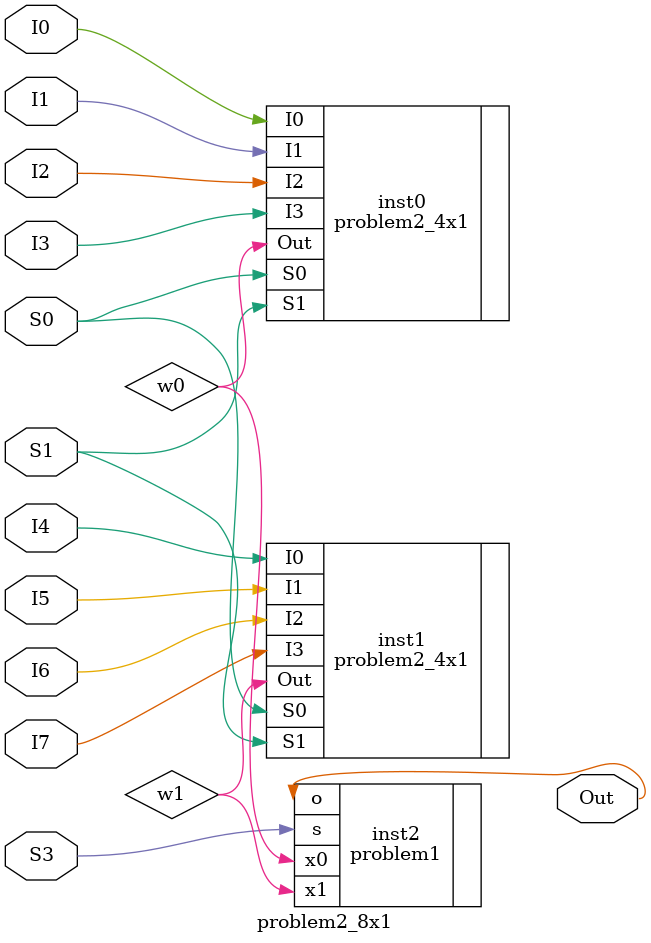
<source format=sv>
module problem2_8x1(
  input logic I0, I1, I2, I3, I4, I5, I6, I7,
  input logic S0, S1, S3,
  output logic Out
);
  logic w0, w1;
  problem2_4x1 inst0(.S1(S1), .S0(S0), .I0(I0), .I1(I1), .I2(I2), .I3(I3), .Out(w0));
  problem2_4x1 inst1(.S1(S1), .S0(S0), .I0(I4), .I1(I5), .I2(I6), .I3(I7), .Out(w1));
  problem1 inst2(.s(S3), .x0(w0), .x1(w1), .o(Out));
endmodule

</source>
